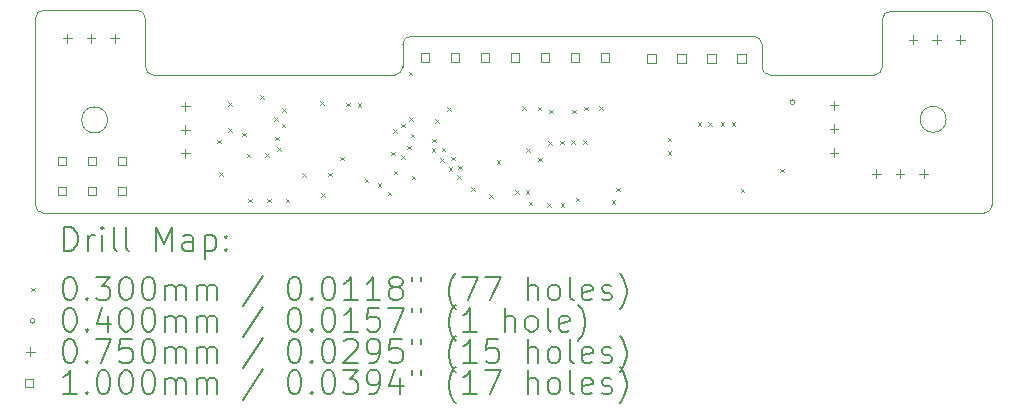
<source format=gbr>
%TF.GenerationSoftware,KiCad,Pcbnew,7.0.2-0*%
%TF.CreationDate,2024-01-02T14:27:33-05:00*%
%TF.ProjectId,GTV,4754562e-6b69-4636-9164-5f7063625858,rev?*%
%TF.SameCoordinates,Original*%
%TF.FileFunction,Drillmap*%
%TF.FilePolarity,Positive*%
%FSLAX45Y45*%
G04 Gerber Fmt 4.5, Leading zero omitted, Abs format (unit mm)*
G04 Created by KiCad (PCBNEW 7.0.2-0) date 2024-01-02 14:27:33*
%MOMM*%
%LPD*%
G01*
G04 APERTURE LIST*
%ADD10C,0.100000*%
%ADD11C,0.200000*%
%ADD12C,0.030000*%
%ADD13C,0.040000*%
%ADD14C,0.075000*%
G04 APERTURE END LIST*
D10*
X15780000Y-10759800D02*
G75*
G03*
X15850000Y-10689800I0J70000D01*
G01*
X13740000Y-10760000D02*
X15780000Y-10759800D01*
X18960000Y-10759800D02*
X19840000Y-10760000D01*
X13670000Y-10280000D02*
X13670000Y-10690000D01*
X18890000Y-10500000D02*
G75*
G03*
X18820000Y-10430000I-70000J0D01*
G01*
X18890000Y-10500000D02*
X18890000Y-10689800D01*
X18820000Y-10430000D02*
X15920000Y-10430000D01*
X13670000Y-10280000D02*
G75*
G03*
X13600000Y-10210000I-70000J0D01*
G01*
X19980000Y-10220000D02*
X20770000Y-10220000D01*
X18890000Y-10689800D02*
G75*
G03*
X18960000Y-10759800I70000J0D01*
G01*
X12810000Y-11930502D02*
X20770000Y-11930000D01*
X12739997Y-11860502D02*
G75*
G03*
X12810000Y-11930502I70003J3D01*
G01*
X13670000Y-10690000D02*
G75*
G03*
X13740000Y-10760000I70000J0D01*
G01*
X20770000Y-11930000D02*
G75*
G03*
X20840000Y-11860000I0J70000D01*
G01*
X12810000Y-10210000D02*
G75*
G03*
X12740000Y-10280000I0J-70000D01*
G01*
X15850000Y-10689800D02*
X15850000Y-10500000D01*
X12740000Y-11860502D02*
X12740000Y-10280000D01*
X19840503Y-10760003D02*
G75*
G03*
X19910503Y-10690000I-3J70003D01*
G01*
X20840000Y-10290000D02*
G75*
G03*
X20770000Y-10220000I-70000J0D01*
G01*
X15920000Y-10430000D02*
G75*
G03*
X15850000Y-10500000I0J-70000D01*
G01*
X19980000Y-10220000D02*
G75*
G03*
X19910000Y-10290000I0J-70000D01*
G01*
X13350000Y-11140000D02*
G75*
G03*
X13350000Y-11140000I-110000J0D01*
G01*
X19910000Y-10690000D02*
X19910000Y-10290000D01*
X20840000Y-10290000D02*
X20840000Y-11860000D01*
X12810000Y-10210000D02*
X13600000Y-10210000D01*
X20450000Y-11135000D02*
G75*
G03*
X20450000Y-11135000I-110000J0D01*
G01*
D11*
D12*
X14277000Y-11306000D02*
X14307000Y-11336000D01*
X14307000Y-11306000D02*
X14277000Y-11336000D01*
X14297000Y-11585000D02*
X14327000Y-11615000D01*
X14327000Y-11585000D02*
X14297000Y-11615000D01*
X14373000Y-10990000D02*
X14403000Y-11020000D01*
X14403000Y-10990000D02*
X14373000Y-11020000D01*
X14373000Y-11211000D02*
X14403000Y-11241000D01*
X14403000Y-11211000D02*
X14373000Y-11241000D01*
X14492000Y-11248000D02*
X14522000Y-11278000D01*
X14522000Y-11248000D02*
X14492000Y-11278000D01*
X14529000Y-11425000D02*
X14559000Y-11455000D01*
X14559000Y-11425000D02*
X14529000Y-11455000D01*
X14541000Y-11807000D02*
X14571000Y-11837000D01*
X14571000Y-11807000D02*
X14541000Y-11837000D01*
X14645000Y-10932000D02*
X14675000Y-10962000D01*
X14675000Y-10932000D02*
X14645000Y-10962000D01*
X14683000Y-11424000D02*
X14713000Y-11454000D01*
X14713000Y-11424000D02*
X14683000Y-11454000D01*
X14703000Y-11806000D02*
X14733000Y-11836000D01*
X14733000Y-11806000D02*
X14703000Y-11836000D01*
X14760000Y-11115000D02*
X14790000Y-11145000D01*
X14790000Y-11115000D02*
X14760000Y-11145000D01*
X14769000Y-11284000D02*
X14799000Y-11314000D01*
X14799000Y-11284000D02*
X14769000Y-11314000D01*
X14785000Y-11370000D02*
X14815000Y-11400000D01*
X14815000Y-11370000D02*
X14785000Y-11400000D01*
X14823000Y-11172000D02*
X14853000Y-11202000D01*
X14853000Y-11172000D02*
X14823000Y-11202000D01*
X14828000Y-11040000D02*
X14858000Y-11070000D01*
X14858000Y-11040000D02*
X14828000Y-11070000D01*
X14858000Y-11807000D02*
X14888000Y-11837000D01*
X14888000Y-11807000D02*
X14858000Y-11837000D01*
X14998000Y-11589000D02*
X15028000Y-11619000D01*
X15028000Y-11589000D02*
X14998000Y-11619000D01*
X15151000Y-10981000D02*
X15181000Y-11011000D01*
X15181000Y-10981000D02*
X15151000Y-11011000D01*
X15160750Y-11761750D02*
X15190750Y-11791750D01*
X15190750Y-11761750D02*
X15160750Y-11791750D01*
X15216750Y-11586750D02*
X15246750Y-11616750D01*
X15246750Y-11586750D02*
X15216750Y-11616750D01*
X15319750Y-11451750D02*
X15349750Y-11481750D01*
X15349750Y-11451750D02*
X15319750Y-11481750D01*
X15371750Y-10995750D02*
X15401750Y-11025750D01*
X15401750Y-10995750D02*
X15371750Y-11025750D01*
X15467750Y-10996750D02*
X15497750Y-11026750D01*
X15497750Y-10996750D02*
X15467750Y-11026750D01*
X15528000Y-11636000D02*
X15558000Y-11666000D01*
X15558000Y-11636000D02*
X15528000Y-11666000D01*
X15636000Y-11678000D02*
X15666000Y-11708000D01*
X15666000Y-11678000D02*
X15636000Y-11708000D01*
X15724000Y-11748000D02*
X15754000Y-11778000D01*
X15754000Y-11748000D02*
X15724000Y-11778000D01*
X15751000Y-11410000D02*
X15781000Y-11440000D01*
X15781000Y-11410000D02*
X15751000Y-11440000D01*
X15767000Y-11221000D02*
X15797000Y-11251000D01*
X15797000Y-11221000D02*
X15767000Y-11251000D01*
X15773000Y-11572000D02*
X15803000Y-11602000D01*
X15803000Y-11572000D02*
X15773000Y-11602000D01*
X15836000Y-11173000D02*
X15866000Y-11203000D01*
X15866000Y-11173000D02*
X15836000Y-11203000D01*
X15836000Y-11439000D02*
X15866000Y-11469000D01*
X15866000Y-11439000D02*
X15836000Y-11469000D01*
X15888000Y-11357000D02*
X15918000Y-11387000D01*
X15918000Y-11357000D02*
X15888000Y-11387000D01*
X15902000Y-10730000D02*
X15932000Y-10760000D01*
X15932000Y-10730000D02*
X15902000Y-10760000D01*
X15904000Y-11115000D02*
X15934000Y-11145000D01*
X15934000Y-11115000D02*
X15904000Y-11145000D01*
X15919000Y-11255000D02*
X15949000Y-11285000D01*
X15949000Y-11255000D02*
X15919000Y-11285000D01*
X15927000Y-11613000D02*
X15957000Y-11643000D01*
X15957000Y-11613000D02*
X15927000Y-11643000D01*
X16096000Y-11381000D02*
X16126000Y-11411000D01*
X16126000Y-11381000D02*
X16096000Y-11411000D01*
X16097000Y-11298000D02*
X16127000Y-11328000D01*
X16127000Y-11298000D02*
X16097000Y-11328000D01*
X16125000Y-11135000D02*
X16155000Y-11165000D01*
X16155000Y-11135000D02*
X16125000Y-11165000D01*
X16167000Y-11464000D02*
X16197000Y-11494000D01*
X16197000Y-11464000D02*
X16167000Y-11494000D01*
X16180000Y-11376000D02*
X16210000Y-11406000D01*
X16210000Y-11376000D02*
X16180000Y-11406000D01*
X16227000Y-11031000D02*
X16257000Y-11061000D01*
X16257000Y-11031000D02*
X16227000Y-11061000D01*
X16239000Y-11539000D02*
X16269000Y-11569000D01*
X16269000Y-11539000D02*
X16239000Y-11569000D01*
X16258000Y-11451000D02*
X16288000Y-11481000D01*
X16288000Y-11451000D02*
X16258000Y-11481000D01*
X16308510Y-11606510D02*
X16338510Y-11636510D01*
X16338510Y-11606510D02*
X16308510Y-11636510D01*
X16320000Y-11527000D02*
X16350000Y-11557000D01*
X16350000Y-11527000D02*
X16320000Y-11557000D01*
X16431000Y-11709250D02*
X16461000Y-11739250D01*
X16461000Y-11709250D02*
X16431000Y-11739250D01*
X16584000Y-11769250D02*
X16614000Y-11799250D01*
X16614000Y-11769250D02*
X16584000Y-11799250D01*
X16646000Y-11481000D02*
X16676000Y-11511000D01*
X16676000Y-11481000D02*
X16646000Y-11511000D01*
X16803000Y-11735000D02*
X16833000Y-11765000D01*
X16833000Y-11735000D02*
X16803000Y-11765000D01*
X16863250Y-11024250D02*
X16893250Y-11054250D01*
X16893250Y-11024250D02*
X16863250Y-11054250D01*
X16890000Y-11737000D02*
X16920000Y-11767000D01*
X16920000Y-11737000D02*
X16890000Y-11767000D01*
X16897000Y-11380000D02*
X16927000Y-11410000D01*
X16927000Y-11380000D02*
X16897000Y-11410000D01*
X16916000Y-11833000D02*
X16946000Y-11863000D01*
X16946000Y-11833000D02*
X16916000Y-11863000D01*
X16994250Y-11028250D02*
X17024250Y-11058250D01*
X17024250Y-11028250D02*
X16994250Y-11058250D01*
X16995000Y-11461000D02*
X17025000Y-11491000D01*
X17025000Y-11461000D02*
X16995000Y-11491000D01*
X17072000Y-11847000D02*
X17102000Y-11877000D01*
X17102000Y-11847000D02*
X17072000Y-11877000D01*
X17080500Y-11320500D02*
X17110500Y-11350500D01*
X17110500Y-11320500D02*
X17080500Y-11350500D01*
X17089000Y-11054000D02*
X17119000Y-11084000D01*
X17119000Y-11054000D02*
X17089000Y-11084000D01*
X17184000Y-11317000D02*
X17214000Y-11347000D01*
X17214000Y-11317000D02*
X17184000Y-11347000D01*
X17186000Y-11845000D02*
X17216000Y-11875000D01*
X17216000Y-11845000D02*
X17186000Y-11875000D01*
X17275000Y-11314000D02*
X17305000Y-11344000D01*
X17305000Y-11314000D02*
X17275000Y-11344000D01*
X17286000Y-11054000D02*
X17316000Y-11084000D01*
X17316000Y-11054000D02*
X17286000Y-11084000D01*
X17314000Y-11799000D02*
X17344000Y-11829000D01*
X17344000Y-11799000D02*
X17314000Y-11829000D01*
X17377000Y-11314000D02*
X17407000Y-11344000D01*
X17407000Y-11314000D02*
X17377000Y-11344000D01*
X17384250Y-11029250D02*
X17414250Y-11059250D01*
X17414250Y-11029250D02*
X17384250Y-11059250D01*
X17513250Y-11023250D02*
X17543250Y-11053250D01*
X17543250Y-11023250D02*
X17513250Y-11053250D01*
X17619000Y-11818000D02*
X17649000Y-11848000D01*
X17649000Y-11818000D02*
X17619000Y-11848000D01*
X17657000Y-11715000D02*
X17687000Y-11745000D01*
X17687000Y-11715000D02*
X17657000Y-11745000D01*
X18091750Y-11289000D02*
X18121750Y-11319000D01*
X18121750Y-11289000D02*
X18091750Y-11319000D01*
X18091750Y-11404000D02*
X18121750Y-11434000D01*
X18121750Y-11404000D02*
X18091750Y-11434000D01*
X18346750Y-11159000D02*
X18376750Y-11189000D01*
X18376750Y-11159000D02*
X18346750Y-11189000D01*
X18436750Y-11159000D02*
X18466750Y-11189000D01*
X18466750Y-11159000D02*
X18436750Y-11189000D01*
X18541750Y-11159000D02*
X18571750Y-11189000D01*
X18571750Y-11159000D02*
X18541750Y-11189000D01*
X18636750Y-11159000D02*
X18666750Y-11189000D01*
X18666750Y-11159000D02*
X18636750Y-11189000D01*
X18709750Y-11724000D02*
X18739750Y-11754000D01*
X18739750Y-11724000D02*
X18709750Y-11754000D01*
X19045000Y-11555000D02*
X19075000Y-11585000D01*
X19075000Y-11555000D02*
X19045000Y-11585000D01*
D13*
X19170000Y-10990000D02*
G75*
G03*
X19170000Y-10990000I-20000J0D01*
G01*
D14*
X13010000Y-10412500D02*
X13010000Y-10487500D01*
X12972500Y-10450000D02*
X13047500Y-10450000D01*
X13210000Y-10412500D02*
X13210000Y-10487500D01*
X13172500Y-10450000D02*
X13247500Y-10450000D01*
X13410000Y-10412500D02*
X13410000Y-10487500D01*
X13372500Y-10450000D02*
X13447500Y-10450000D01*
X14008000Y-10986500D02*
X14008000Y-11061500D01*
X13970500Y-11024000D02*
X14045500Y-11024000D01*
X14008000Y-11186500D02*
X14008000Y-11261500D01*
X13970500Y-11224000D02*
X14045500Y-11224000D01*
X14008000Y-11386500D02*
X14008000Y-11461500D01*
X13970500Y-11424000D02*
X14045500Y-11424000D01*
X19501000Y-10978500D02*
X19501000Y-11053500D01*
X19463500Y-11016000D02*
X19538500Y-11016000D01*
X19501000Y-11178500D02*
X19501000Y-11253500D01*
X19463500Y-11216000D02*
X19538500Y-11216000D01*
X19501000Y-11378500D02*
X19501000Y-11453500D01*
X19463500Y-11416000D02*
X19538500Y-11416000D01*
X19859000Y-11558500D02*
X19859000Y-11633500D01*
X19821500Y-11596000D02*
X19896500Y-11596000D01*
X20059000Y-11558500D02*
X20059000Y-11633500D01*
X20021500Y-11596000D02*
X20096500Y-11596000D01*
X20170000Y-10422500D02*
X20170000Y-10497500D01*
X20132500Y-10460000D02*
X20207500Y-10460000D01*
X20259000Y-11558500D02*
X20259000Y-11633500D01*
X20221500Y-11596000D02*
X20296500Y-11596000D01*
X20370000Y-10422500D02*
X20370000Y-10497500D01*
X20332500Y-10460000D02*
X20407500Y-10460000D01*
X20570000Y-10422500D02*
X20570000Y-10497500D01*
X20532500Y-10460000D02*
X20607500Y-10460000D01*
D10*
X12997356Y-11521356D02*
X12997356Y-11450644D01*
X12926644Y-11450644D01*
X12926644Y-11521356D01*
X12997356Y-11521356D01*
X12997356Y-11775356D02*
X12997356Y-11704644D01*
X12926644Y-11704644D01*
X12926644Y-11775356D01*
X12997356Y-11775356D01*
X13251356Y-11521356D02*
X13251356Y-11450644D01*
X13180644Y-11450644D01*
X13180644Y-11521356D01*
X13251356Y-11521356D01*
X13251356Y-11775356D02*
X13251356Y-11704644D01*
X13180644Y-11704644D01*
X13180644Y-11775356D01*
X13251356Y-11775356D01*
X13505356Y-11521356D02*
X13505356Y-11450644D01*
X13434644Y-11450644D01*
X13434644Y-11521356D01*
X13505356Y-11521356D01*
X13505356Y-11775356D02*
X13505356Y-11704644D01*
X13434644Y-11704644D01*
X13434644Y-11775356D01*
X13505356Y-11775356D01*
X16074356Y-10646356D02*
X16074356Y-10575644D01*
X16003644Y-10575644D01*
X16003644Y-10646356D01*
X16074356Y-10646356D01*
X16328356Y-10646356D02*
X16328356Y-10575644D01*
X16257644Y-10575644D01*
X16257644Y-10646356D01*
X16328356Y-10646356D01*
X16582356Y-10646356D02*
X16582356Y-10575644D01*
X16511644Y-10575644D01*
X16511644Y-10646356D01*
X16582356Y-10646356D01*
X16836356Y-10646356D02*
X16836356Y-10575644D01*
X16765644Y-10575644D01*
X16765644Y-10646356D01*
X16836356Y-10646356D01*
X17090356Y-10646356D02*
X17090356Y-10575644D01*
X17019644Y-10575644D01*
X17019644Y-10646356D01*
X17090356Y-10646356D01*
X17344356Y-10646356D02*
X17344356Y-10575644D01*
X17273644Y-10575644D01*
X17273644Y-10646356D01*
X17344356Y-10646356D01*
X17598356Y-10646356D02*
X17598356Y-10575644D01*
X17527644Y-10575644D01*
X17527644Y-10646356D01*
X17598356Y-10646356D01*
X17992356Y-10654356D02*
X17992356Y-10583644D01*
X17921644Y-10583644D01*
X17921644Y-10654356D01*
X17992356Y-10654356D01*
X18246356Y-10654356D02*
X18246356Y-10583644D01*
X18175644Y-10583644D01*
X18175644Y-10654356D01*
X18246356Y-10654356D01*
X18500356Y-10654356D02*
X18500356Y-10583644D01*
X18429644Y-10583644D01*
X18429644Y-10654356D01*
X18500356Y-10654356D01*
X18754356Y-10654356D02*
X18754356Y-10583644D01*
X18683644Y-10583644D01*
X18683644Y-10654356D01*
X18754356Y-10654356D01*
D11*
X12982619Y-12248026D02*
X12982619Y-12048026D01*
X12982619Y-12048026D02*
X13030238Y-12048026D01*
X13030238Y-12048026D02*
X13058809Y-12057550D01*
X13058809Y-12057550D02*
X13077857Y-12076598D01*
X13077857Y-12076598D02*
X13087381Y-12095645D01*
X13087381Y-12095645D02*
X13096905Y-12133740D01*
X13096905Y-12133740D02*
X13096905Y-12162312D01*
X13096905Y-12162312D02*
X13087381Y-12200407D01*
X13087381Y-12200407D02*
X13077857Y-12219455D01*
X13077857Y-12219455D02*
X13058809Y-12238502D01*
X13058809Y-12238502D02*
X13030238Y-12248026D01*
X13030238Y-12248026D02*
X12982619Y-12248026D01*
X13182619Y-12248026D02*
X13182619Y-12114693D01*
X13182619Y-12152788D02*
X13192143Y-12133740D01*
X13192143Y-12133740D02*
X13201667Y-12124217D01*
X13201667Y-12124217D02*
X13220714Y-12114693D01*
X13220714Y-12114693D02*
X13239762Y-12114693D01*
X13306428Y-12248026D02*
X13306428Y-12114693D01*
X13306428Y-12048026D02*
X13296905Y-12057550D01*
X13296905Y-12057550D02*
X13306428Y-12067074D01*
X13306428Y-12067074D02*
X13315952Y-12057550D01*
X13315952Y-12057550D02*
X13306428Y-12048026D01*
X13306428Y-12048026D02*
X13306428Y-12067074D01*
X13430238Y-12248026D02*
X13411190Y-12238502D01*
X13411190Y-12238502D02*
X13401667Y-12219455D01*
X13401667Y-12219455D02*
X13401667Y-12048026D01*
X13535000Y-12248026D02*
X13515952Y-12238502D01*
X13515952Y-12238502D02*
X13506428Y-12219455D01*
X13506428Y-12219455D02*
X13506428Y-12048026D01*
X13763571Y-12248026D02*
X13763571Y-12048026D01*
X13763571Y-12048026D02*
X13830238Y-12190883D01*
X13830238Y-12190883D02*
X13896905Y-12048026D01*
X13896905Y-12048026D02*
X13896905Y-12248026D01*
X14077857Y-12248026D02*
X14077857Y-12143264D01*
X14077857Y-12143264D02*
X14068333Y-12124217D01*
X14068333Y-12124217D02*
X14049286Y-12114693D01*
X14049286Y-12114693D02*
X14011190Y-12114693D01*
X14011190Y-12114693D02*
X13992143Y-12124217D01*
X14077857Y-12238502D02*
X14058809Y-12248026D01*
X14058809Y-12248026D02*
X14011190Y-12248026D01*
X14011190Y-12248026D02*
X13992143Y-12238502D01*
X13992143Y-12238502D02*
X13982619Y-12219455D01*
X13982619Y-12219455D02*
X13982619Y-12200407D01*
X13982619Y-12200407D02*
X13992143Y-12181360D01*
X13992143Y-12181360D02*
X14011190Y-12171836D01*
X14011190Y-12171836D02*
X14058809Y-12171836D01*
X14058809Y-12171836D02*
X14077857Y-12162312D01*
X14173095Y-12114693D02*
X14173095Y-12314693D01*
X14173095Y-12124217D02*
X14192143Y-12114693D01*
X14192143Y-12114693D02*
X14230238Y-12114693D01*
X14230238Y-12114693D02*
X14249286Y-12124217D01*
X14249286Y-12124217D02*
X14258809Y-12133740D01*
X14258809Y-12133740D02*
X14268333Y-12152788D01*
X14268333Y-12152788D02*
X14268333Y-12209931D01*
X14268333Y-12209931D02*
X14258809Y-12228979D01*
X14258809Y-12228979D02*
X14249286Y-12238502D01*
X14249286Y-12238502D02*
X14230238Y-12248026D01*
X14230238Y-12248026D02*
X14192143Y-12248026D01*
X14192143Y-12248026D02*
X14173095Y-12238502D01*
X14354048Y-12228979D02*
X14363571Y-12238502D01*
X14363571Y-12238502D02*
X14354048Y-12248026D01*
X14354048Y-12248026D02*
X14344524Y-12238502D01*
X14344524Y-12238502D02*
X14354048Y-12228979D01*
X14354048Y-12228979D02*
X14354048Y-12248026D01*
X14354048Y-12124217D02*
X14363571Y-12133740D01*
X14363571Y-12133740D02*
X14354048Y-12143264D01*
X14354048Y-12143264D02*
X14344524Y-12133740D01*
X14344524Y-12133740D02*
X14354048Y-12124217D01*
X14354048Y-12124217D02*
X14354048Y-12143264D01*
D12*
X12705000Y-12560502D02*
X12735000Y-12590502D01*
X12735000Y-12560502D02*
X12705000Y-12590502D01*
D11*
X13020714Y-12468026D02*
X13039762Y-12468026D01*
X13039762Y-12468026D02*
X13058809Y-12477550D01*
X13058809Y-12477550D02*
X13068333Y-12487074D01*
X13068333Y-12487074D02*
X13077857Y-12506121D01*
X13077857Y-12506121D02*
X13087381Y-12544217D01*
X13087381Y-12544217D02*
X13087381Y-12591836D01*
X13087381Y-12591836D02*
X13077857Y-12629931D01*
X13077857Y-12629931D02*
X13068333Y-12648979D01*
X13068333Y-12648979D02*
X13058809Y-12658502D01*
X13058809Y-12658502D02*
X13039762Y-12668026D01*
X13039762Y-12668026D02*
X13020714Y-12668026D01*
X13020714Y-12668026D02*
X13001667Y-12658502D01*
X13001667Y-12658502D02*
X12992143Y-12648979D01*
X12992143Y-12648979D02*
X12982619Y-12629931D01*
X12982619Y-12629931D02*
X12973095Y-12591836D01*
X12973095Y-12591836D02*
X12973095Y-12544217D01*
X12973095Y-12544217D02*
X12982619Y-12506121D01*
X12982619Y-12506121D02*
X12992143Y-12487074D01*
X12992143Y-12487074D02*
X13001667Y-12477550D01*
X13001667Y-12477550D02*
X13020714Y-12468026D01*
X13173095Y-12648979D02*
X13182619Y-12658502D01*
X13182619Y-12658502D02*
X13173095Y-12668026D01*
X13173095Y-12668026D02*
X13163571Y-12658502D01*
X13163571Y-12658502D02*
X13173095Y-12648979D01*
X13173095Y-12648979D02*
X13173095Y-12668026D01*
X13249286Y-12468026D02*
X13373095Y-12468026D01*
X13373095Y-12468026D02*
X13306428Y-12544217D01*
X13306428Y-12544217D02*
X13335000Y-12544217D01*
X13335000Y-12544217D02*
X13354048Y-12553740D01*
X13354048Y-12553740D02*
X13363571Y-12563264D01*
X13363571Y-12563264D02*
X13373095Y-12582312D01*
X13373095Y-12582312D02*
X13373095Y-12629931D01*
X13373095Y-12629931D02*
X13363571Y-12648979D01*
X13363571Y-12648979D02*
X13354048Y-12658502D01*
X13354048Y-12658502D02*
X13335000Y-12668026D01*
X13335000Y-12668026D02*
X13277857Y-12668026D01*
X13277857Y-12668026D02*
X13258809Y-12658502D01*
X13258809Y-12658502D02*
X13249286Y-12648979D01*
X13496905Y-12468026D02*
X13515952Y-12468026D01*
X13515952Y-12468026D02*
X13535000Y-12477550D01*
X13535000Y-12477550D02*
X13544524Y-12487074D01*
X13544524Y-12487074D02*
X13554048Y-12506121D01*
X13554048Y-12506121D02*
X13563571Y-12544217D01*
X13563571Y-12544217D02*
X13563571Y-12591836D01*
X13563571Y-12591836D02*
X13554048Y-12629931D01*
X13554048Y-12629931D02*
X13544524Y-12648979D01*
X13544524Y-12648979D02*
X13535000Y-12658502D01*
X13535000Y-12658502D02*
X13515952Y-12668026D01*
X13515952Y-12668026D02*
X13496905Y-12668026D01*
X13496905Y-12668026D02*
X13477857Y-12658502D01*
X13477857Y-12658502D02*
X13468333Y-12648979D01*
X13468333Y-12648979D02*
X13458809Y-12629931D01*
X13458809Y-12629931D02*
X13449286Y-12591836D01*
X13449286Y-12591836D02*
X13449286Y-12544217D01*
X13449286Y-12544217D02*
X13458809Y-12506121D01*
X13458809Y-12506121D02*
X13468333Y-12487074D01*
X13468333Y-12487074D02*
X13477857Y-12477550D01*
X13477857Y-12477550D02*
X13496905Y-12468026D01*
X13687381Y-12468026D02*
X13706429Y-12468026D01*
X13706429Y-12468026D02*
X13725476Y-12477550D01*
X13725476Y-12477550D02*
X13735000Y-12487074D01*
X13735000Y-12487074D02*
X13744524Y-12506121D01*
X13744524Y-12506121D02*
X13754048Y-12544217D01*
X13754048Y-12544217D02*
X13754048Y-12591836D01*
X13754048Y-12591836D02*
X13744524Y-12629931D01*
X13744524Y-12629931D02*
X13735000Y-12648979D01*
X13735000Y-12648979D02*
X13725476Y-12658502D01*
X13725476Y-12658502D02*
X13706429Y-12668026D01*
X13706429Y-12668026D02*
X13687381Y-12668026D01*
X13687381Y-12668026D02*
X13668333Y-12658502D01*
X13668333Y-12658502D02*
X13658809Y-12648979D01*
X13658809Y-12648979D02*
X13649286Y-12629931D01*
X13649286Y-12629931D02*
X13639762Y-12591836D01*
X13639762Y-12591836D02*
X13639762Y-12544217D01*
X13639762Y-12544217D02*
X13649286Y-12506121D01*
X13649286Y-12506121D02*
X13658809Y-12487074D01*
X13658809Y-12487074D02*
X13668333Y-12477550D01*
X13668333Y-12477550D02*
X13687381Y-12468026D01*
X13839762Y-12668026D02*
X13839762Y-12534693D01*
X13839762Y-12553740D02*
X13849286Y-12544217D01*
X13849286Y-12544217D02*
X13868333Y-12534693D01*
X13868333Y-12534693D02*
X13896905Y-12534693D01*
X13896905Y-12534693D02*
X13915952Y-12544217D01*
X13915952Y-12544217D02*
X13925476Y-12563264D01*
X13925476Y-12563264D02*
X13925476Y-12668026D01*
X13925476Y-12563264D02*
X13935000Y-12544217D01*
X13935000Y-12544217D02*
X13954048Y-12534693D01*
X13954048Y-12534693D02*
X13982619Y-12534693D01*
X13982619Y-12534693D02*
X14001667Y-12544217D01*
X14001667Y-12544217D02*
X14011190Y-12563264D01*
X14011190Y-12563264D02*
X14011190Y-12668026D01*
X14106429Y-12668026D02*
X14106429Y-12534693D01*
X14106429Y-12553740D02*
X14115952Y-12544217D01*
X14115952Y-12544217D02*
X14135000Y-12534693D01*
X14135000Y-12534693D02*
X14163571Y-12534693D01*
X14163571Y-12534693D02*
X14182619Y-12544217D01*
X14182619Y-12544217D02*
X14192143Y-12563264D01*
X14192143Y-12563264D02*
X14192143Y-12668026D01*
X14192143Y-12563264D02*
X14201667Y-12544217D01*
X14201667Y-12544217D02*
X14220714Y-12534693D01*
X14220714Y-12534693D02*
X14249286Y-12534693D01*
X14249286Y-12534693D02*
X14268333Y-12544217D01*
X14268333Y-12544217D02*
X14277857Y-12563264D01*
X14277857Y-12563264D02*
X14277857Y-12668026D01*
X14668333Y-12458502D02*
X14496905Y-12715645D01*
X14925476Y-12468026D02*
X14944524Y-12468026D01*
X14944524Y-12468026D02*
X14963572Y-12477550D01*
X14963572Y-12477550D02*
X14973095Y-12487074D01*
X14973095Y-12487074D02*
X14982619Y-12506121D01*
X14982619Y-12506121D02*
X14992143Y-12544217D01*
X14992143Y-12544217D02*
X14992143Y-12591836D01*
X14992143Y-12591836D02*
X14982619Y-12629931D01*
X14982619Y-12629931D02*
X14973095Y-12648979D01*
X14973095Y-12648979D02*
X14963572Y-12658502D01*
X14963572Y-12658502D02*
X14944524Y-12668026D01*
X14944524Y-12668026D02*
X14925476Y-12668026D01*
X14925476Y-12668026D02*
X14906429Y-12658502D01*
X14906429Y-12658502D02*
X14896905Y-12648979D01*
X14896905Y-12648979D02*
X14887381Y-12629931D01*
X14887381Y-12629931D02*
X14877857Y-12591836D01*
X14877857Y-12591836D02*
X14877857Y-12544217D01*
X14877857Y-12544217D02*
X14887381Y-12506121D01*
X14887381Y-12506121D02*
X14896905Y-12487074D01*
X14896905Y-12487074D02*
X14906429Y-12477550D01*
X14906429Y-12477550D02*
X14925476Y-12468026D01*
X15077857Y-12648979D02*
X15087381Y-12658502D01*
X15087381Y-12658502D02*
X15077857Y-12668026D01*
X15077857Y-12668026D02*
X15068333Y-12658502D01*
X15068333Y-12658502D02*
X15077857Y-12648979D01*
X15077857Y-12648979D02*
X15077857Y-12668026D01*
X15211191Y-12468026D02*
X15230238Y-12468026D01*
X15230238Y-12468026D02*
X15249286Y-12477550D01*
X15249286Y-12477550D02*
X15258810Y-12487074D01*
X15258810Y-12487074D02*
X15268333Y-12506121D01*
X15268333Y-12506121D02*
X15277857Y-12544217D01*
X15277857Y-12544217D02*
X15277857Y-12591836D01*
X15277857Y-12591836D02*
X15268333Y-12629931D01*
X15268333Y-12629931D02*
X15258810Y-12648979D01*
X15258810Y-12648979D02*
X15249286Y-12658502D01*
X15249286Y-12658502D02*
X15230238Y-12668026D01*
X15230238Y-12668026D02*
X15211191Y-12668026D01*
X15211191Y-12668026D02*
X15192143Y-12658502D01*
X15192143Y-12658502D02*
X15182619Y-12648979D01*
X15182619Y-12648979D02*
X15173095Y-12629931D01*
X15173095Y-12629931D02*
X15163572Y-12591836D01*
X15163572Y-12591836D02*
X15163572Y-12544217D01*
X15163572Y-12544217D02*
X15173095Y-12506121D01*
X15173095Y-12506121D02*
X15182619Y-12487074D01*
X15182619Y-12487074D02*
X15192143Y-12477550D01*
X15192143Y-12477550D02*
X15211191Y-12468026D01*
X15468333Y-12668026D02*
X15354048Y-12668026D01*
X15411191Y-12668026D02*
X15411191Y-12468026D01*
X15411191Y-12468026D02*
X15392143Y-12496598D01*
X15392143Y-12496598D02*
X15373095Y-12515645D01*
X15373095Y-12515645D02*
X15354048Y-12525169D01*
X15658810Y-12668026D02*
X15544524Y-12668026D01*
X15601667Y-12668026D02*
X15601667Y-12468026D01*
X15601667Y-12468026D02*
X15582619Y-12496598D01*
X15582619Y-12496598D02*
X15563572Y-12515645D01*
X15563572Y-12515645D02*
X15544524Y-12525169D01*
X15773095Y-12553740D02*
X15754048Y-12544217D01*
X15754048Y-12544217D02*
X15744524Y-12534693D01*
X15744524Y-12534693D02*
X15735000Y-12515645D01*
X15735000Y-12515645D02*
X15735000Y-12506121D01*
X15735000Y-12506121D02*
X15744524Y-12487074D01*
X15744524Y-12487074D02*
X15754048Y-12477550D01*
X15754048Y-12477550D02*
X15773095Y-12468026D01*
X15773095Y-12468026D02*
X15811191Y-12468026D01*
X15811191Y-12468026D02*
X15830238Y-12477550D01*
X15830238Y-12477550D02*
X15839762Y-12487074D01*
X15839762Y-12487074D02*
X15849286Y-12506121D01*
X15849286Y-12506121D02*
X15849286Y-12515645D01*
X15849286Y-12515645D02*
X15839762Y-12534693D01*
X15839762Y-12534693D02*
X15830238Y-12544217D01*
X15830238Y-12544217D02*
X15811191Y-12553740D01*
X15811191Y-12553740D02*
X15773095Y-12553740D01*
X15773095Y-12553740D02*
X15754048Y-12563264D01*
X15754048Y-12563264D02*
X15744524Y-12572788D01*
X15744524Y-12572788D02*
X15735000Y-12591836D01*
X15735000Y-12591836D02*
X15735000Y-12629931D01*
X15735000Y-12629931D02*
X15744524Y-12648979D01*
X15744524Y-12648979D02*
X15754048Y-12658502D01*
X15754048Y-12658502D02*
X15773095Y-12668026D01*
X15773095Y-12668026D02*
X15811191Y-12668026D01*
X15811191Y-12668026D02*
X15830238Y-12658502D01*
X15830238Y-12658502D02*
X15839762Y-12648979D01*
X15839762Y-12648979D02*
X15849286Y-12629931D01*
X15849286Y-12629931D02*
X15849286Y-12591836D01*
X15849286Y-12591836D02*
X15839762Y-12572788D01*
X15839762Y-12572788D02*
X15830238Y-12563264D01*
X15830238Y-12563264D02*
X15811191Y-12553740D01*
X15925476Y-12468026D02*
X15925476Y-12506121D01*
X16001667Y-12468026D02*
X16001667Y-12506121D01*
X16296905Y-12744217D02*
X16287381Y-12734693D01*
X16287381Y-12734693D02*
X16268334Y-12706121D01*
X16268334Y-12706121D02*
X16258810Y-12687074D01*
X16258810Y-12687074D02*
X16249286Y-12658502D01*
X16249286Y-12658502D02*
X16239762Y-12610883D01*
X16239762Y-12610883D02*
X16239762Y-12572788D01*
X16239762Y-12572788D02*
X16249286Y-12525169D01*
X16249286Y-12525169D02*
X16258810Y-12496598D01*
X16258810Y-12496598D02*
X16268334Y-12477550D01*
X16268334Y-12477550D02*
X16287381Y-12448979D01*
X16287381Y-12448979D02*
X16296905Y-12439455D01*
X16354048Y-12468026D02*
X16487381Y-12468026D01*
X16487381Y-12468026D02*
X16401667Y-12668026D01*
X16544524Y-12468026D02*
X16677857Y-12468026D01*
X16677857Y-12468026D02*
X16592143Y-12668026D01*
X16906429Y-12668026D02*
X16906429Y-12468026D01*
X16992143Y-12668026D02*
X16992143Y-12563264D01*
X16992143Y-12563264D02*
X16982619Y-12544217D01*
X16982619Y-12544217D02*
X16963572Y-12534693D01*
X16963572Y-12534693D02*
X16935000Y-12534693D01*
X16935000Y-12534693D02*
X16915953Y-12544217D01*
X16915953Y-12544217D02*
X16906429Y-12553740D01*
X17115953Y-12668026D02*
X17096905Y-12658502D01*
X17096905Y-12658502D02*
X17087381Y-12648979D01*
X17087381Y-12648979D02*
X17077858Y-12629931D01*
X17077858Y-12629931D02*
X17077858Y-12572788D01*
X17077858Y-12572788D02*
X17087381Y-12553740D01*
X17087381Y-12553740D02*
X17096905Y-12544217D01*
X17096905Y-12544217D02*
X17115953Y-12534693D01*
X17115953Y-12534693D02*
X17144524Y-12534693D01*
X17144524Y-12534693D02*
X17163572Y-12544217D01*
X17163572Y-12544217D02*
X17173096Y-12553740D01*
X17173096Y-12553740D02*
X17182619Y-12572788D01*
X17182619Y-12572788D02*
X17182619Y-12629931D01*
X17182619Y-12629931D02*
X17173096Y-12648979D01*
X17173096Y-12648979D02*
X17163572Y-12658502D01*
X17163572Y-12658502D02*
X17144524Y-12668026D01*
X17144524Y-12668026D02*
X17115953Y-12668026D01*
X17296905Y-12668026D02*
X17277858Y-12658502D01*
X17277858Y-12658502D02*
X17268334Y-12639455D01*
X17268334Y-12639455D02*
X17268334Y-12468026D01*
X17449286Y-12658502D02*
X17430239Y-12668026D01*
X17430239Y-12668026D02*
X17392143Y-12668026D01*
X17392143Y-12668026D02*
X17373096Y-12658502D01*
X17373096Y-12658502D02*
X17363572Y-12639455D01*
X17363572Y-12639455D02*
X17363572Y-12563264D01*
X17363572Y-12563264D02*
X17373096Y-12544217D01*
X17373096Y-12544217D02*
X17392143Y-12534693D01*
X17392143Y-12534693D02*
X17430239Y-12534693D01*
X17430239Y-12534693D02*
X17449286Y-12544217D01*
X17449286Y-12544217D02*
X17458810Y-12563264D01*
X17458810Y-12563264D02*
X17458810Y-12582312D01*
X17458810Y-12582312D02*
X17363572Y-12601360D01*
X17535000Y-12658502D02*
X17554048Y-12668026D01*
X17554048Y-12668026D02*
X17592143Y-12668026D01*
X17592143Y-12668026D02*
X17611191Y-12658502D01*
X17611191Y-12658502D02*
X17620715Y-12639455D01*
X17620715Y-12639455D02*
X17620715Y-12629931D01*
X17620715Y-12629931D02*
X17611191Y-12610883D01*
X17611191Y-12610883D02*
X17592143Y-12601360D01*
X17592143Y-12601360D02*
X17563572Y-12601360D01*
X17563572Y-12601360D02*
X17544524Y-12591836D01*
X17544524Y-12591836D02*
X17535000Y-12572788D01*
X17535000Y-12572788D02*
X17535000Y-12563264D01*
X17535000Y-12563264D02*
X17544524Y-12544217D01*
X17544524Y-12544217D02*
X17563572Y-12534693D01*
X17563572Y-12534693D02*
X17592143Y-12534693D01*
X17592143Y-12534693D02*
X17611191Y-12544217D01*
X17687381Y-12744217D02*
X17696905Y-12734693D01*
X17696905Y-12734693D02*
X17715953Y-12706121D01*
X17715953Y-12706121D02*
X17725477Y-12687074D01*
X17725477Y-12687074D02*
X17735000Y-12658502D01*
X17735000Y-12658502D02*
X17744524Y-12610883D01*
X17744524Y-12610883D02*
X17744524Y-12572788D01*
X17744524Y-12572788D02*
X17735000Y-12525169D01*
X17735000Y-12525169D02*
X17725477Y-12496598D01*
X17725477Y-12496598D02*
X17715953Y-12477550D01*
X17715953Y-12477550D02*
X17696905Y-12448979D01*
X17696905Y-12448979D02*
X17687381Y-12439455D01*
D13*
X12735000Y-12839502D02*
G75*
G03*
X12735000Y-12839502I-20000J0D01*
G01*
D11*
X13020714Y-12732026D02*
X13039762Y-12732026D01*
X13039762Y-12732026D02*
X13058809Y-12741550D01*
X13058809Y-12741550D02*
X13068333Y-12751074D01*
X13068333Y-12751074D02*
X13077857Y-12770121D01*
X13077857Y-12770121D02*
X13087381Y-12808217D01*
X13087381Y-12808217D02*
X13087381Y-12855836D01*
X13087381Y-12855836D02*
X13077857Y-12893931D01*
X13077857Y-12893931D02*
X13068333Y-12912979D01*
X13068333Y-12912979D02*
X13058809Y-12922502D01*
X13058809Y-12922502D02*
X13039762Y-12932026D01*
X13039762Y-12932026D02*
X13020714Y-12932026D01*
X13020714Y-12932026D02*
X13001667Y-12922502D01*
X13001667Y-12922502D02*
X12992143Y-12912979D01*
X12992143Y-12912979D02*
X12982619Y-12893931D01*
X12982619Y-12893931D02*
X12973095Y-12855836D01*
X12973095Y-12855836D02*
X12973095Y-12808217D01*
X12973095Y-12808217D02*
X12982619Y-12770121D01*
X12982619Y-12770121D02*
X12992143Y-12751074D01*
X12992143Y-12751074D02*
X13001667Y-12741550D01*
X13001667Y-12741550D02*
X13020714Y-12732026D01*
X13173095Y-12912979D02*
X13182619Y-12922502D01*
X13182619Y-12922502D02*
X13173095Y-12932026D01*
X13173095Y-12932026D02*
X13163571Y-12922502D01*
X13163571Y-12922502D02*
X13173095Y-12912979D01*
X13173095Y-12912979D02*
X13173095Y-12932026D01*
X13354048Y-12798693D02*
X13354048Y-12932026D01*
X13306428Y-12722502D02*
X13258809Y-12865360D01*
X13258809Y-12865360D02*
X13382619Y-12865360D01*
X13496905Y-12732026D02*
X13515952Y-12732026D01*
X13515952Y-12732026D02*
X13535000Y-12741550D01*
X13535000Y-12741550D02*
X13544524Y-12751074D01*
X13544524Y-12751074D02*
X13554048Y-12770121D01*
X13554048Y-12770121D02*
X13563571Y-12808217D01*
X13563571Y-12808217D02*
X13563571Y-12855836D01*
X13563571Y-12855836D02*
X13554048Y-12893931D01*
X13554048Y-12893931D02*
X13544524Y-12912979D01*
X13544524Y-12912979D02*
X13535000Y-12922502D01*
X13535000Y-12922502D02*
X13515952Y-12932026D01*
X13515952Y-12932026D02*
X13496905Y-12932026D01*
X13496905Y-12932026D02*
X13477857Y-12922502D01*
X13477857Y-12922502D02*
X13468333Y-12912979D01*
X13468333Y-12912979D02*
X13458809Y-12893931D01*
X13458809Y-12893931D02*
X13449286Y-12855836D01*
X13449286Y-12855836D02*
X13449286Y-12808217D01*
X13449286Y-12808217D02*
X13458809Y-12770121D01*
X13458809Y-12770121D02*
X13468333Y-12751074D01*
X13468333Y-12751074D02*
X13477857Y-12741550D01*
X13477857Y-12741550D02*
X13496905Y-12732026D01*
X13687381Y-12732026D02*
X13706429Y-12732026D01*
X13706429Y-12732026D02*
X13725476Y-12741550D01*
X13725476Y-12741550D02*
X13735000Y-12751074D01*
X13735000Y-12751074D02*
X13744524Y-12770121D01*
X13744524Y-12770121D02*
X13754048Y-12808217D01*
X13754048Y-12808217D02*
X13754048Y-12855836D01*
X13754048Y-12855836D02*
X13744524Y-12893931D01*
X13744524Y-12893931D02*
X13735000Y-12912979D01*
X13735000Y-12912979D02*
X13725476Y-12922502D01*
X13725476Y-12922502D02*
X13706429Y-12932026D01*
X13706429Y-12932026D02*
X13687381Y-12932026D01*
X13687381Y-12932026D02*
X13668333Y-12922502D01*
X13668333Y-12922502D02*
X13658809Y-12912979D01*
X13658809Y-12912979D02*
X13649286Y-12893931D01*
X13649286Y-12893931D02*
X13639762Y-12855836D01*
X13639762Y-12855836D02*
X13639762Y-12808217D01*
X13639762Y-12808217D02*
X13649286Y-12770121D01*
X13649286Y-12770121D02*
X13658809Y-12751074D01*
X13658809Y-12751074D02*
X13668333Y-12741550D01*
X13668333Y-12741550D02*
X13687381Y-12732026D01*
X13839762Y-12932026D02*
X13839762Y-12798693D01*
X13839762Y-12817740D02*
X13849286Y-12808217D01*
X13849286Y-12808217D02*
X13868333Y-12798693D01*
X13868333Y-12798693D02*
X13896905Y-12798693D01*
X13896905Y-12798693D02*
X13915952Y-12808217D01*
X13915952Y-12808217D02*
X13925476Y-12827264D01*
X13925476Y-12827264D02*
X13925476Y-12932026D01*
X13925476Y-12827264D02*
X13935000Y-12808217D01*
X13935000Y-12808217D02*
X13954048Y-12798693D01*
X13954048Y-12798693D02*
X13982619Y-12798693D01*
X13982619Y-12798693D02*
X14001667Y-12808217D01*
X14001667Y-12808217D02*
X14011190Y-12827264D01*
X14011190Y-12827264D02*
X14011190Y-12932026D01*
X14106429Y-12932026D02*
X14106429Y-12798693D01*
X14106429Y-12817740D02*
X14115952Y-12808217D01*
X14115952Y-12808217D02*
X14135000Y-12798693D01*
X14135000Y-12798693D02*
X14163571Y-12798693D01*
X14163571Y-12798693D02*
X14182619Y-12808217D01*
X14182619Y-12808217D02*
X14192143Y-12827264D01*
X14192143Y-12827264D02*
X14192143Y-12932026D01*
X14192143Y-12827264D02*
X14201667Y-12808217D01*
X14201667Y-12808217D02*
X14220714Y-12798693D01*
X14220714Y-12798693D02*
X14249286Y-12798693D01*
X14249286Y-12798693D02*
X14268333Y-12808217D01*
X14268333Y-12808217D02*
X14277857Y-12827264D01*
X14277857Y-12827264D02*
X14277857Y-12932026D01*
X14668333Y-12722502D02*
X14496905Y-12979645D01*
X14925476Y-12732026D02*
X14944524Y-12732026D01*
X14944524Y-12732026D02*
X14963572Y-12741550D01*
X14963572Y-12741550D02*
X14973095Y-12751074D01*
X14973095Y-12751074D02*
X14982619Y-12770121D01*
X14982619Y-12770121D02*
X14992143Y-12808217D01*
X14992143Y-12808217D02*
X14992143Y-12855836D01*
X14992143Y-12855836D02*
X14982619Y-12893931D01*
X14982619Y-12893931D02*
X14973095Y-12912979D01*
X14973095Y-12912979D02*
X14963572Y-12922502D01*
X14963572Y-12922502D02*
X14944524Y-12932026D01*
X14944524Y-12932026D02*
X14925476Y-12932026D01*
X14925476Y-12932026D02*
X14906429Y-12922502D01*
X14906429Y-12922502D02*
X14896905Y-12912979D01*
X14896905Y-12912979D02*
X14887381Y-12893931D01*
X14887381Y-12893931D02*
X14877857Y-12855836D01*
X14877857Y-12855836D02*
X14877857Y-12808217D01*
X14877857Y-12808217D02*
X14887381Y-12770121D01*
X14887381Y-12770121D02*
X14896905Y-12751074D01*
X14896905Y-12751074D02*
X14906429Y-12741550D01*
X14906429Y-12741550D02*
X14925476Y-12732026D01*
X15077857Y-12912979D02*
X15087381Y-12922502D01*
X15087381Y-12922502D02*
X15077857Y-12932026D01*
X15077857Y-12932026D02*
X15068333Y-12922502D01*
X15068333Y-12922502D02*
X15077857Y-12912979D01*
X15077857Y-12912979D02*
X15077857Y-12932026D01*
X15211191Y-12732026D02*
X15230238Y-12732026D01*
X15230238Y-12732026D02*
X15249286Y-12741550D01*
X15249286Y-12741550D02*
X15258810Y-12751074D01*
X15258810Y-12751074D02*
X15268333Y-12770121D01*
X15268333Y-12770121D02*
X15277857Y-12808217D01*
X15277857Y-12808217D02*
X15277857Y-12855836D01*
X15277857Y-12855836D02*
X15268333Y-12893931D01*
X15268333Y-12893931D02*
X15258810Y-12912979D01*
X15258810Y-12912979D02*
X15249286Y-12922502D01*
X15249286Y-12922502D02*
X15230238Y-12932026D01*
X15230238Y-12932026D02*
X15211191Y-12932026D01*
X15211191Y-12932026D02*
X15192143Y-12922502D01*
X15192143Y-12922502D02*
X15182619Y-12912979D01*
X15182619Y-12912979D02*
X15173095Y-12893931D01*
X15173095Y-12893931D02*
X15163572Y-12855836D01*
X15163572Y-12855836D02*
X15163572Y-12808217D01*
X15163572Y-12808217D02*
X15173095Y-12770121D01*
X15173095Y-12770121D02*
X15182619Y-12751074D01*
X15182619Y-12751074D02*
X15192143Y-12741550D01*
X15192143Y-12741550D02*
X15211191Y-12732026D01*
X15468333Y-12932026D02*
X15354048Y-12932026D01*
X15411191Y-12932026D02*
X15411191Y-12732026D01*
X15411191Y-12732026D02*
X15392143Y-12760598D01*
X15392143Y-12760598D02*
X15373095Y-12779645D01*
X15373095Y-12779645D02*
X15354048Y-12789169D01*
X15649286Y-12732026D02*
X15554048Y-12732026D01*
X15554048Y-12732026D02*
X15544524Y-12827264D01*
X15544524Y-12827264D02*
X15554048Y-12817740D01*
X15554048Y-12817740D02*
X15573095Y-12808217D01*
X15573095Y-12808217D02*
X15620714Y-12808217D01*
X15620714Y-12808217D02*
X15639762Y-12817740D01*
X15639762Y-12817740D02*
X15649286Y-12827264D01*
X15649286Y-12827264D02*
X15658810Y-12846312D01*
X15658810Y-12846312D02*
X15658810Y-12893931D01*
X15658810Y-12893931D02*
X15649286Y-12912979D01*
X15649286Y-12912979D02*
X15639762Y-12922502D01*
X15639762Y-12922502D02*
X15620714Y-12932026D01*
X15620714Y-12932026D02*
X15573095Y-12932026D01*
X15573095Y-12932026D02*
X15554048Y-12922502D01*
X15554048Y-12922502D02*
X15544524Y-12912979D01*
X15725476Y-12732026D02*
X15858810Y-12732026D01*
X15858810Y-12732026D02*
X15773095Y-12932026D01*
X15925476Y-12732026D02*
X15925476Y-12770121D01*
X16001667Y-12732026D02*
X16001667Y-12770121D01*
X16296905Y-13008217D02*
X16287381Y-12998693D01*
X16287381Y-12998693D02*
X16268334Y-12970121D01*
X16268334Y-12970121D02*
X16258810Y-12951074D01*
X16258810Y-12951074D02*
X16249286Y-12922502D01*
X16249286Y-12922502D02*
X16239762Y-12874883D01*
X16239762Y-12874883D02*
X16239762Y-12836788D01*
X16239762Y-12836788D02*
X16249286Y-12789169D01*
X16249286Y-12789169D02*
X16258810Y-12760598D01*
X16258810Y-12760598D02*
X16268334Y-12741550D01*
X16268334Y-12741550D02*
X16287381Y-12712979D01*
X16287381Y-12712979D02*
X16296905Y-12703455D01*
X16477857Y-12932026D02*
X16363572Y-12932026D01*
X16420714Y-12932026D02*
X16420714Y-12732026D01*
X16420714Y-12732026D02*
X16401667Y-12760598D01*
X16401667Y-12760598D02*
X16382619Y-12779645D01*
X16382619Y-12779645D02*
X16363572Y-12789169D01*
X16715953Y-12932026D02*
X16715953Y-12732026D01*
X16801667Y-12932026D02*
X16801667Y-12827264D01*
X16801667Y-12827264D02*
X16792143Y-12808217D01*
X16792143Y-12808217D02*
X16773096Y-12798693D01*
X16773096Y-12798693D02*
X16744524Y-12798693D01*
X16744524Y-12798693D02*
X16725476Y-12808217D01*
X16725476Y-12808217D02*
X16715953Y-12817740D01*
X16925477Y-12932026D02*
X16906429Y-12922502D01*
X16906429Y-12922502D02*
X16896905Y-12912979D01*
X16896905Y-12912979D02*
X16887381Y-12893931D01*
X16887381Y-12893931D02*
X16887381Y-12836788D01*
X16887381Y-12836788D02*
X16896905Y-12817740D01*
X16896905Y-12817740D02*
X16906429Y-12808217D01*
X16906429Y-12808217D02*
X16925477Y-12798693D01*
X16925477Y-12798693D02*
X16954048Y-12798693D01*
X16954048Y-12798693D02*
X16973096Y-12808217D01*
X16973096Y-12808217D02*
X16982619Y-12817740D01*
X16982619Y-12817740D02*
X16992143Y-12836788D01*
X16992143Y-12836788D02*
X16992143Y-12893931D01*
X16992143Y-12893931D02*
X16982619Y-12912979D01*
X16982619Y-12912979D02*
X16973096Y-12922502D01*
X16973096Y-12922502D02*
X16954048Y-12932026D01*
X16954048Y-12932026D02*
X16925477Y-12932026D01*
X17106429Y-12932026D02*
X17087381Y-12922502D01*
X17087381Y-12922502D02*
X17077858Y-12903455D01*
X17077858Y-12903455D02*
X17077858Y-12732026D01*
X17258810Y-12922502D02*
X17239762Y-12932026D01*
X17239762Y-12932026D02*
X17201667Y-12932026D01*
X17201667Y-12932026D02*
X17182619Y-12922502D01*
X17182619Y-12922502D02*
X17173096Y-12903455D01*
X17173096Y-12903455D02*
X17173096Y-12827264D01*
X17173096Y-12827264D02*
X17182619Y-12808217D01*
X17182619Y-12808217D02*
X17201667Y-12798693D01*
X17201667Y-12798693D02*
X17239762Y-12798693D01*
X17239762Y-12798693D02*
X17258810Y-12808217D01*
X17258810Y-12808217D02*
X17268334Y-12827264D01*
X17268334Y-12827264D02*
X17268334Y-12846312D01*
X17268334Y-12846312D02*
X17173096Y-12865360D01*
X17335000Y-13008217D02*
X17344524Y-12998693D01*
X17344524Y-12998693D02*
X17363572Y-12970121D01*
X17363572Y-12970121D02*
X17373096Y-12951074D01*
X17373096Y-12951074D02*
X17382619Y-12922502D01*
X17382619Y-12922502D02*
X17392143Y-12874883D01*
X17392143Y-12874883D02*
X17392143Y-12836788D01*
X17392143Y-12836788D02*
X17382619Y-12789169D01*
X17382619Y-12789169D02*
X17373096Y-12760598D01*
X17373096Y-12760598D02*
X17363572Y-12741550D01*
X17363572Y-12741550D02*
X17344524Y-12712979D01*
X17344524Y-12712979D02*
X17335000Y-12703455D01*
D14*
X12697500Y-13066002D02*
X12697500Y-13141002D01*
X12660000Y-13103502D02*
X12735000Y-13103502D01*
D11*
X13020714Y-12996026D02*
X13039762Y-12996026D01*
X13039762Y-12996026D02*
X13058809Y-13005550D01*
X13058809Y-13005550D02*
X13068333Y-13015074D01*
X13068333Y-13015074D02*
X13077857Y-13034121D01*
X13077857Y-13034121D02*
X13087381Y-13072217D01*
X13087381Y-13072217D02*
X13087381Y-13119836D01*
X13087381Y-13119836D02*
X13077857Y-13157931D01*
X13077857Y-13157931D02*
X13068333Y-13176979D01*
X13068333Y-13176979D02*
X13058809Y-13186502D01*
X13058809Y-13186502D02*
X13039762Y-13196026D01*
X13039762Y-13196026D02*
X13020714Y-13196026D01*
X13020714Y-13196026D02*
X13001667Y-13186502D01*
X13001667Y-13186502D02*
X12992143Y-13176979D01*
X12992143Y-13176979D02*
X12982619Y-13157931D01*
X12982619Y-13157931D02*
X12973095Y-13119836D01*
X12973095Y-13119836D02*
X12973095Y-13072217D01*
X12973095Y-13072217D02*
X12982619Y-13034121D01*
X12982619Y-13034121D02*
X12992143Y-13015074D01*
X12992143Y-13015074D02*
X13001667Y-13005550D01*
X13001667Y-13005550D02*
X13020714Y-12996026D01*
X13173095Y-13176979D02*
X13182619Y-13186502D01*
X13182619Y-13186502D02*
X13173095Y-13196026D01*
X13173095Y-13196026D02*
X13163571Y-13186502D01*
X13163571Y-13186502D02*
X13173095Y-13176979D01*
X13173095Y-13176979D02*
X13173095Y-13196026D01*
X13249286Y-12996026D02*
X13382619Y-12996026D01*
X13382619Y-12996026D02*
X13296905Y-13196026D01*
X13554048Y-12996026D02*
X13458809Y-12996026D01*
X13458809Y-12996026D02*
X13449286Y-13091264D01*
X13449286Y-13091264D02*
X13458809Y-13081740D01*
X13458809Y-13081740D02*
X13477857Y-13072217D01*
X13477857Y-13072217D02*
X13525476Y-13072217D01*
X13525476Y-13072217D02*
X13544524Y-13081740D01*
X13544524Y-13081740D02*
X13554048Y-13091264D01*
X13554048Y-13091264D02*
X13563571Y-13110312D01*
X13563571Y-13110312D02*
X13563571Y-13157931D01*
X13563571Y-13157931D02*
X13554048Y-13176979D01*
X13554048Y-13176979D02*
X13544524Y-13186502D01*
X13544524Y-13186502D02*
X13525476Y-13196026D01*
X13525476Y-13196026D02*
X13477857Y-13196026D01*
X13477857Y-13196026D02*
X13458809Y-13186502D01*
X13458809Y-13186502D02*
X13449286Y-13176979D01*
X13687381Y-12996026D02*
X13706429Y-12996026D01*
X13706429Y-12996026D02*
X13725476Y-13005550D01*
X13725476Y-13005550D02*
X13735000Y-13015074D01*
X13735000Y-13015074D02*
X13744524Y-13034121D01*
X13744524Y-13034121D02*
X13754048Y-13072217D01*
X13754048Y-13072217D02*
X13754048Y-13119836D01*
X13754048Y-13119836D02*
X13744524Y-13157931D01*
X13744524Y-13157931D02*
X13735000Y-13176979D01*
X13735000Y-13176979D02*
X13725476Y-13186502D01*
X13725476Y-13186502D02*
X13706429Y-13196026D01*
X13706429Y-13196026D02*
X13687381Y-13196026D01*
X13687381Y-13196026D02*
X13668333Y-13186502D01*
X13668333Y-13186502D02*
X13658809Y-13176979D01*
X13658809Y-13176979D02*
X13649286Y-13157931D01*
X13649286Y-13157931D02*
X13639762Y-13119836D01*
X13639762Y-13119836D02*
X13639762Y-13072217D01*
X13639762Y-13072217D02*
X13649286Y-13034121D01*
X13649286Y-13034121D02*
X13658809Y-13015074D01*
X13658809Y-13015074D02*
X13668333Y-13005550D01*
X13668333Y-13005550D02*
X13687381Y-12996026D01*
X13839762Y-13196026D02*
X13839762Y-13062693D01*
X13839762Y-13081740D02*
X13849286Y-13072217D01*
X13849286Y-13072217D02*
X13868333Y-13062693D01*
X13868333Y-13062693D02*
X13896905Y-13062693D01*
X13896905Y-13062693D02*
X13915952Y-13072217D01*
X13915952Y-13072217D02*
X13925476Y-13091264D01*
X13925476Y-13091264D02*
X13925476Y-13196026D01*
X13925476Y-13091264D02*
X13935000Y-13072217D01*
X13935000Y-13072217D02*
X13954048Y-13062693D01*
X13954048Y-13062693D02*
X13982619Y-13062693D01*
X13982619Y-13062693D02*
X14001667Y-13072217D01*
X14001667Y-13072217D02*
X14011190Y-13091264D01*
X14011190Y-13091264D02*
X14011190Y-13196026D01*
X14106429Y-13196026D02*
X14106429Y-13062693D01*
X14106429Y-13081740D02*
X14115952Y-13072217D01*
X14115952Y-13072217D02*
X14135000Y-13062693D01*
X14135000Y-13062693D02*
X14163571Y-13062693D01*
X14163571Y-13062693D02*
X14182619Y-13072217D01*
X14182619Y-13072217D02*
X14192143Y-13091264D01*
X14192143Y-13091264D02*
X14192143Y-13196026D01*
X14192143Y-13091264D02*
X14201667Y-13072217D01*
X14201667Y-13072217D02*
X14220714Y-13062693D01*
X14220714Y-13062693D02*
X14249286Y-13062693D01*
X14249286Y-13062693D02*
X14268333Y-13072217D01*
X14268333Y-13072217D02*
X14277857Y-13091264D01*
X14277857Y-13091264D02*
X14277857Y-13196026D01*
X14668333Y-12986502D02*
X14496905Y-13243645D01*
X14925476Y-12996026D02*
X14944524Y-12996026D01*
X14944524Y-12996026D02*
X14963572Y-13005550D01*
X14963572Y-13005550D02*
X14973095Y-13015074D01*
X14973095Y-13015074D02*
X14982619Y-13034121D01*
X14982619Y-13034121D02*
X14992143Y-13072217D01*
X14992143Y-13072217D02*
X14992143Y-13119836D01*
X14992143Y-13119836D02*
X14982619Y-13157931D01*
X14982619Y-13157931D02*
X14973095Y-13176979D01*
X14973095Y-13176979D02*
X14963572Y-13186502D01*
X14963572Y-13186502D02*
X14944524Y-13196026D01*
X14944524Y-13196026D02*
X14925476Y-13196026D01*
X14925476Y-13196026D02*
X14906429Y-13186502D01*
X14906429Y-13186502D02*
X14896905Y-13176979D01*
X14896905Y-13176979D02*
X14887381Y-13157931D01*
X14887381Y-13157931D02*
X14877857Y-13119836D01*
X14877857Y-13119836D02*
X14877857Y-13072217D01*
X14877857Y-13072217D02*
X14887381Y-13034121D01*
X14887381Y-13034121D02*
X14896905Y-13015074D01*
X14896905Y-13015074D02*
X14906429Y-13005550D01*
X14906429Y-13005550D02*
X14925476Y-12996026D01*
X15077857Y-13176979D02*
X15087381Y-13186502D01*
X15087381Y-13186502D02*
X15077857Y-13196026D01*
X15077857Y-13196026D02*
X15068333Y-13186502D01*
X15068333Y-13186502D02*
X15077857Y-13176979D01*
X15077857Y-13176979D02*
X15077857Y-13196026D01*
X15211191Y-12996026D02*
X15230238Y-12996026D01*
X15230238Y-12996026D02*
X15249286Y-13005550D01*
X15249286Y-13005550D02*
X15258810Y-13015074D01*
X15258810Y-13015074D02*
X15268333Y-13034121D01*
X15268333Y-13034121D02*
X15277857Y-13072217D01*
X15277857Y-13072217D02*
X15277857Y-13119836D01*
X15277857Y-13119836D02*
X15268333Y-13157931D01*
X15268333Y-13157931D02*
X15258810Y-13176979D01*
X15258810Y-13176979D02*
X15249286Y-13186502D01*
X15249286Y-13186502D02*
X15230238Y-13196026D01*
X15230238Y-13196026D02*
X15211191Y-13196026D01*
X15211191Y-13196026D02*
X15192143Y-13186502D01*
X15192143Y-13186502D02*
X15182619Y-13176979D01*
X15182619Y-13176979D02*
X15173095Y-13157931D01*
X15173095Y-13157931D02*
X15163572Y-13119836D01*
X15163572Y-13119836D02*
X15163572Y-13072217D01*
X15163572Y-13072217D02*
X15173095Y-13034121D01*
X15173095Y-13034121D02*
X15182619Y-13015074D01*
X15182619Y-13015074D02*
X15192143Y-13005550D01*
X15192143Y-13005550D02*
X15211191Y-12996026D01*
X15354048Y-13015074D02*
X15363572Y-13005550D01*
X15363572Y-13005550D02*
X15382619Y-12996026D01*
X15382619Y-12996026D02*
X15430238Y-12996026D01*
X15430238Y-12996026D02*
X15449286Y-13005550D01*
X15449286Y-13005550D02*
X15458810Y-13015074D01*
X15458810Y-13015074D02*
X15468333Y-13034121D01*
X15468333Y-13034121D02*
X15468333Y-13053169D01*
X15468333Y-13053169D02*
X15458810Y-13081740D01*
X15458810Y-13081740D02*
X15344524Y-13196026D01*
X15344524Y-13196026D02*
X15468333Y-13196026D01*
X15563572Y-13196026D02*
X15601667Y-13196026D01*
X15601667Y-13196026D02*
X15620714Y-13186502D01*
X15620714Y-13186502D02*
X15630238Y-13176979D01*
X15630238Y-13176979D02*
X15649286Y-13148407D01*
X15649286Y-13148407D02*
X15658810Y-13110312D01*
X15658810Y-13110312D02*
X15658810Y-13034121D01*
X15658810Y-13034121D02*
X15649286Y-13015074D01*
X15649286Y-13015074D02*
X15639762Y-13005550D01*
X15639762Y-13005550D02*
X15620714Y-12996026D01*
X15620714Y-12996026D02*
X15582619Y-12996026D01*
X15582619Y-12996026D02*
X15563572Y-13005550D01*
X15563572Y-13005550D02*
X15554048Y-13015074D01*
X15554048Y-13015074D02*
X15544524Y-13034121D01*
X15544524Y-13034121D02*
X15544524Y-13081740D01*
X15544524Y-13081740D02*
X15554048Y-13100788D01*
X15554048Y-13100788D02*
X15563572Y-13110312D01*
X15563572Y-13110312D02*
X15582619Y-13119836D01*
X15582619Y-13119836D02*
X15620714Y-13119836D01*
X15620714Y-13119836D02*
X15639762Y-13110312D01*
X15639762Y-13110312D02*
X15649286Y-13100788D01*
X15649286Y-13100788D02*
X15658810Y-13081740D01*
X15839762Y-12996026D02*
X15744524Y-12996026D01*
X15744524Y-12996026D02*
X15735000Y-13091264D01*
X15735000Y-13091264D02*
X15744524Y-13081740D01*
X15744524Y-13081740D02*
X15763572Y-13072217D01*
X15763572Y-13072217D02*
X15811191Y-13072217D01*
X15811191Y-13072217D02*
X15830238Y-13081740D01*
X15830238Y-13081740D02*
X15839762Y-13091264D01*
X15839762Y-13091264D02*
X15849286Y-13110312D01*
X15849286Y-13110312D02*
X15849286Y-13157931D01*
X15849286Y-13157931D02*
X15839762Y-13176979D01*
X15839762Y-13176979D02*
X15830238Y-13186502D01*
X15830238Y-13186502D02*
X15811191Y-13196026D01*
X15811191Y-13196026D02*
X15763572Y-13196026D01*
X15763572Y-13196026D02*
X15744524Y-13186502D01*
X15744524Y-13186502D02*
X15735000Y-13176979D01*
X15925476Y-12996026D02*
X15925476Y-13034121D01*
X16001667Y-12996026D02*
X16001667Y-13034121D01*
X16296905Y-13272217D02*
X16287381Y-13262693D01*
X16287381Y-13262693D02*
X16268334Y-13234121D01*
X16268334Y-13234121D02*
X16258810Y-13215074D01*
X16258810Y-13215074D02*
X16249286Y-13186502D01*
X16249286Y-13186502D02*
X16239762Y-13138883D01*
X16239762Y-13138883D02*
X16239762Y-13100788D01*
X16239762Y-13100788D02*
X16249286Y-13053169D01*
X16249286Y-13053169D02*
X16258810Y-13024598D01*
X16258810Y-13024598D02*
X16268334Y-13005550D01*
X16268334Y-13005550D02*
X16287381Y-12976979D01*
X16287381Y-12976979D02*
X16296905Y-12967455D01*
X16477857Y-13196026D02*
X16363572Y-13196026D01*
X16420714Y-13196026D02*
X16420714Y-12996026D01*
X16420714Y-12996026D02*
X16401667Y-13024598D01*
X16401667Y-13024598D02*
X16382619Y-13043645D01*
X16382619Y-13043645D02*
X16363572Y-13053169D01*
X16658810Y-12996026D02*
X16563572Y-12996026D01*
X16563572Y-12996026D02*
X16554048Y-13091264D01*
X16554048Y-13091264D02*
X16563572Y-13081740D01*
X16563572Y-13081740D02*
X16582619Y-13072217D01*
X16582619Y-13072217D02*
X16630238Y-13072217D01*
X16630238Y-13072217D02*
X16649286Y-13081740D01*
X16649286Y-13081740D02*
X16658810Y-13091264D01*
X16658810Y-13091264D02*
X16668334Y-13110312D01*
X16668334Y-13110312D02*
X16668334Y-13157931D01*
X16668334Y-13157931D02*
X16658810Y-13176979D01*
X16658810Y-13176979D02*
X16649286Y-13186502D01*
X16649286Y-13186502D02*
X16630238Y-13196026D01*
X16630238Y-13196026D02*
X16582619Y-13196026D01*
X16582619Y-13196026D02*
X16563572Y-13186502D01*
X16563572Y-13186502D02*
X16554048Y-13176979D01*
X16906429Y-13196026D02*
X16906429Y-12996026D01*
X16992143Y-13196026D02*
X16992143Y-13091264D01*
X16992143Y-13091264D02*
X16982619Y-13072217D01*
X16982619Y-13072217D02*
X16963572Y-13062693D01*
X16963572Y-13062693D02*
X16935000Y-13062693D01*
X16935000Y-13062693D02*
X16915953Y-13072217D01*
X16915953Y-13072217D02*
X16906429Y-13081740D01*
X17115953Y-13196026D02*
X17096905Y-13186502D01*
X17096905Y-13186502D02*
X17087381Y-13176979D01*
X17087381Y-13176979D02*
X17077858Y-13157931D01*
X17077858Y-13157931D02*
X17077858Y-13100788D01*
X17077858Y-13100788D02*
X17087381Y-13081740D01*
X17087381Y-13081740D02*
X17096905Y-13072217D01*
X17096905Y-13072217D02*
X17115953Y-13062693D01*
X17115953Y-13062693D02*
X17144524Y-13062693D01*
X17144524Y-13062693D02*
X17163572Y-13072217D01*
X17163572Y-13072217D02*
X17173096Y-13081740D01*
X17173096Y-13081740D02*
X17182619Y-13100788D01*
X17182619Y-13100788D02*
X17182619Y-13157931D01*
X17182619Y-13157931D02*
X17173096Y-13176979D01*
X17173096Y-13176979D02*
X17163572Y-13186502D01*
X17163572Y-13186502D02*
X17144524Y-13196026D01*
X17144524Y-13196026D02*
X17115953Y-13196026D01*
X17296905Y-13196026D02*
X17277858Y-13186502D01*
X17277858Y-13186502D02*
X17268334Y-13167455D01*
X17268334Y-13167455D02*
X17268334Y-12996026D01*
X17449286Y-13186502D02*
X17430239Y-13196026D01*
X17430239Y-13196026D02*
X17392143Y-13196026D01*
X17392143Y-13196026D02*
X17373096Y-13186502D01*
X17373096Y-13186502D02*
X17363572Y-13167455D01*
X17363572Y-13167455D02*
X17363572Y-13091264D01*
X17363572Y-13091264D02*
X17373096Y-13072217D01*
X17373096Y-13072217D02*
X17392143Y-13062693D01*
X17392143Y-13062693D02*
X17430239Y-13062693D01*
X17430239Y-13062693D02*
X17449286Y-13072217D01*
X17449286Y-13072217D02*
X17458810Y-13091264D01*
X17458810Y-13091264D02*
X17458810Y-13110312D01*
X17458810Y-13110312D02*
X17363572Y-13129360D01*
X17535000Y-13186502D02*
X17554048Y-13196026D01*
X17554048Y-13196026D02*
X17592143Y-13196026D01*
X17592143Y-13196026D02*
X17611191Y-13186502D01*
X17611191Y-13186502D02*
X17620715Y-13167455D01*
X17620715Y-13167455D02*
X17620715Y-13157931D01*
X17620715Y-13157931D02*
X17611191Y-13138883D01*
X17611191Y-13138883D02*
X17592143Y-13129360D01*
X17592143Y-13129360D02*
X17563572Y-13129360D01*
X17563572Y-13129360D02*
X17544524Y-13119836D01*
X17544524Y-13119836D02*
X17535000Y-13100788D01*
X17535000Y-13100788D02*
X17535000Y-13091264D01*
X17535000Y-13091264D02*
X17544524Y-13072217D01*
X17544524Y-13072217D02*
X17563572Y-13062693D01*
X17563572Y-13062693D02*
X17592143Y-13062693D01*
X17592143Y-13062693D02*
X17611191Y-13072217D01*
X17687381Y-13272217D02*
X17696905Y-13262693D01*
X17696905Y-13262693D02*
X17715953Y-13234121D01*
X17715953Y-13234121D02*
X17725477Y-13215074D01*
X17725477Y-13215074D02*
X17735000Y-13186502D01*
X17735000Y-13186502D02*
X17744524Y-13138883D01*
X17744524Y-13138883D02*
X17744524Y-13100788D01*
X17744524Y-13100788D02*
X17735000Y-13053169D01*
X17735000Y-13053169D02*
X17725477Y-13024598D01*
X17725477Y-13024598D02*
X17715953Y-13005550D01*
X17715953Y-13005550D02*
X17696905Y-12976979D01*
X17696905Y-12976979D02*
X17687381Y-12967455D01*
D10*
X12720356Y-13402858D02*
X12720356Y-13332147D01*
X12649644Y-13332147D01*
X12649644Y-13402858D01*
X12720356Y-13402858D01*
D11*
X13087381Y-13460026D02*
X12973095Y-13460026D01*
X13030238Y-13460026D02*
X13030238Y-13260026D01*
X13030238Y-13260026D02*
X13011190Y-13288598D01*
X13011190Y-13288598D02*
X12992143Y-13307645D01*
X12992143Y-13307645D02*
X12973095Y-13317169D01*
X13173095Y-13440979D02*
X13182619Y-13450502D01*
X13182619Y-13450502D02*
X13173095Y-13460026D01*
X13173095Y-13460026D02*
X13163571Y-13450502D01*
X13163571Y-13450502D02*
X13173095Y-13440979D01*
X13173095Y-13440979D02*
X13173095Y-13460026D01*
X13306428Y-13260026D02*
X13325476Y-13260026D01*
X13325476Y-13260026D02*
X13344524Y-13269550D01*
X13344524Y-13269550D02*
X13354048Y-13279074D01*
X13354048Y-13279074D02*
X13363571Y-13298121D01*
X13363571Y-13298121D02*
X13373095Y-13336217D01*
X13373095Y-13336217D02*
X13373095Y-13383836D01*
X13373095Y-13383836D02*
X13363571Y-13421931D01*
X13363571Y-13421931D02*
X13354048Y-13440979D01*
X13354048Y-13440979D02*
X13344524Y-13450502D01*
X13344524Y-13450502D02*
X13325476Y-13460026D01*
X13325476Y-13460026D02*
X13306428Y-13460026D01*
X13306428Y-13460026D02*
X13287381Y-13450502D01*
X13287381Y-13450502D02*
X13277857Y-13440979D01*
X13277857Y-13440979D02*
X13268333Y-13421931D01*
X13268333Y-13421931D02*
X13258809Y-13383836D01*
X13258809Y-13383836D02*
X13258809Y-13336217D01*
X13258809Y-13336217D02*
X13268333Y-13298121D01*
X13268333Y-13298121D02*
X13277857Y-13279074D01*
X13277857Y-13279074D02*
X13287381Y-13269550D01*
X13287381Y-13269550D02*
X13306428Y-13260026D01*
X13496905Y-13260026D02*
X13515952Y-13260026D01*
X13515952Y-13260026D02*
X13535000Y-13269550D01*
X13535000Y-13269550D02*
X13544524Y-13279074D01*
X13544524Y-13279074D02*
X13554048Y-13298121D01*
X13554048Y-13298121D02*
X13563571Y-13336217D01*
X13563571Y-13336217D02*
X13563571Y-13383836D01*
X13563571Y-13383836D02*
X13554048Y-13421931D01*
X13554048Y-13421931D02*
X13544524Y-13440979D01*
X13544524Y-13440979D02*
X13535000Y-13450502D01*
X13535000Y-13450502D02*
X13515952Y-13460026D01*
X13515952Y-13460026D02*
X13496905Y-13460026D01*
X13496905Y-13460026D02*
X13477857Y-13450502D01*
X13477857Y-13450502D02*
X13468333Y-13440979D01*
X13468333Y-13440979D02*
X13458809Y-13421931D01*
X13458809Y-13421931D02*
X13449286Y-13383836D01*
X13449286Y-13383836D02*
X13449286Y-13336217D01*
X13449286Y-13336217D02*
X13458809Y-13298121D01*
X13458809Y-13298121D02*
X13468333Y-13279074D01*
X13468333Y-13279074D02*
X13477857Y-13269550D01*
X13477857Y-13269550D02*
X13496905Y-13260026D01*
X13687381Y-13260026D02*
X13706429Y-13260026D01*
X13706429Y-13260026D02*
X13725476Y-13269550D01*
X13725476Y-13269550D02*
X13735000Y-13279074D01*
X13735000Y-13279074D02*
X13744524Y-13298121D01*
X13744524Y-13298121D02*
X13754048Y-13336217D01*
X13754048Y-13336217D02*
X13754048Y-13383836D01*
X13754048Y-13383836D02*
X13744524Y-13421931D01*
X13744524Y-13421931D02*
X13735000Y-13440979D01*
X13735000Y-13440979D02*
X13725476Y-13450502D01*
X13725476Y-13450502D02*
X13706429Y-13460026D01*
X13706429Y-13460026D02*
X13687381Y-13460026D01*
X13687381Y-13460026D02*
X13668333Y-13450502D01*
X13668333Y-13450502D02*
X13658809Y-13440979D01*
X13658809Y-13440979D02*
X13649286Y-13421931D01*
X13649286Y-13421931D02*
X13639762Y-13383836D01*
X13639762Y-13383836D02*
X13639762Y-13336217D01*
X13639762Y-13336217D02*
X13649286Y-13298121D01*
X13649286Y-13298121D02*
X13658809Y-13279074D01*
X13658809Y-13279074D02*
X13668333Y-13269550D01*
X13668333Y-13269550D02*
X13687381Y-13260026D01*
X13839762Y-13460026D02*
X13839762Y-13326693D01*
X13839762Y-13345740D02*
X13849286Y-13336217D01*
X13849286Y-13336217D02*
X13868333Y-13326693D01*
X13868333Y-13326693D02*
X13896905Y-13326693D01*
X13896905Y-13326693D02*
X13915952Y-13336217D01*
X13915952Y-13336217D02*
X13925476Y-13355264D01*
X13925476Y-13355264D02*
X13925476Y-13460026D01*
X13925476Y-13355264D02*
X13935000Y-13336217D01*
X13935000Y-13336217D02*
X13954048Y-13326693D01*
X13954048Y-13326693D02*
X13982619Y-13326693D01*
X13982619Y-13326693D02*
X14001667Y-13336217D01*
X14001667Y-13336217D02*
X14011190Y-13355264D01*
X14011190Y-13355264D02*
X14011190Y-13460026D01*
X14106429Y-13460026D02*
X14106429Y-13326693D01*
X14106429Y-13345740D02*
X14115952Y-13336217D01*
X14115952Y-13336217D02*
X14135000Y-13326693D01*
X14135000Y-13326693D02*
X14163571Y-13326693D01*
X14163571Y-13326693D02*
X14182619Y-13336217D01*
X14182619Y-13336217D02*
X14192143Y-13355264D01*
X14192143Y-13355264D02*
X14192143Y-13460026D01*
X14192143Y-13355264D02*
X14201667Y-13336217D01*
X14201667Y-13336217D02*
X14220714Y-13326693D01*
X14220714Y-13326693D02*
X14249286Y-13326693D01*
X14249286Y-13326693D02*
X14268333Y-13336217D01*
X14268333Y-13336217D02*
X14277857Y-13355264D01*
X14277857Y-13355264D02*
X14277857Y-13460026D01*
X14668333Y-13250502D02*
X14496905Y-13507645D01*
X14925476Y-13260026D02*
X14944524Y-13260026D01*
X14944524Y-13260026D02*
X14963572Y-13269550D01*
X14963572Y-13269550D02*
X14973095Y-13279074D01*
X14973095Y-13279074D02*
X14982619Y-13298121D01*
X14982619Y-13298121D02*
X14992143Y-13336217D01*
X14992143Y-13336217D02*
X14992143Y-13383836D01*
X14992143Y-13383836D02*
X14982619Y-13421931D01*
X14982619Y-13421931D02*
X14973095Y-13440979D01*
X14973095Y-13440979D02*
X14963572Y-13450502D01*
X14963572Y-13450502D02*
X14944524Y-13460026D01*
X14944524Y-13460026D02*
X14925476Y-13460026D01*
X14925476Y-13460026D02*
X14906429Y-13450502D01*
X14906429Y-13450502D02*
X14896905Y-13440979D01*
X14896905Y-13440979D02*
X14887381Y-13421931D01*
X14887381Y-13421931D02*
X14877857Y-13383836D01*
X14877857Y-13383836D02*
X14877857Y-13336217D01*
X14877857Y-13336217D02*
X14887381Y-13298121D01*
X14887381Y-13298121D02*
X14896905Y-13279074D01*
X14896905Y-13279074D02*
X14906429Y-13269550D01*
X14906429Y-13269550D02*
X14925476Y-13260026D01*
X15077857Y-13440979D02*
X15087381Y-13450502D01*
X15087381Y-13450502D02*
X15077857Y-13460026D01*
X15077857Y-13460026D02*
X15068333Y-13450502D01*
X15068333Y-13450502D02*
X15077857Y-13440979D01*
X15077857Y-13440979D02*
X15077857Y-13460026D01*
X15211191Y-13260026D02*
X15230238Y-13260026D01*
X15230238Y-13260026D02*
X15249286Y-13269550D01*
X15249286Y-13269550D02*
X15258810Y-13279074D01*
X15258810Y-13279074D02*
X15268333Y-13298121D01*
X15268333Y-13298121D02*
X15277857Y-13336217D01*
X15277857Y-13336217D02*
X15277857Y-13383836D01*
X15277857Y-13383836D02*
X15268333Y-13421931D01*
X15268333Y-13421931D02*
X15258810Y-13440979D01*
X15258810Y-13440979D02*
X15249286Y-13450502D01*
X15249286Y-13450502D02*
X15230238Y-13460026D01*
X15230238Y-13460026D02*
X15211191Y-13460026D01*
X15211191Y-13460026D02*
X15192143Y-13450502D01*
X15192143Y-13450502D02*
X15182619Y-13440979D01*
X15182619Y-13440979D02*
X15173095Y-13421931D01*
X15173095Y-13421931D02*
X15163572Y-13383836D01*
X15163572Y-13383836D02*
X15163572Y-13336217D01*
X15163572Y-13336217D02*
X15173095Y-13298121D01*
X15173095Y-13298121D02*
X15182619Y-13279074D01*
X15182619Y-13279074D02*
X15192143Y-13269550D01*
X15192143Y-13269550D02*
X15211191Y-13260026D01*
X15344524Y-13260026D02*
X15468333Y-13260026D01*
X15468333Y-13260026D02*
X15401667Y-13336217D01*
X15401667Y-13336217D02*
X15430238Y-13336217D01*
X15430238Y-13336217D02*
X15449286Y-13345740D01*
X15449286Y-13345740D02*
X15458810Y-13355264D01*
X15458810Y-13355264D02*
X15468333Y-13374312D01*
X15468333Y-13374312D02*
X15468333Y-13421931D01*
X15468333Y-13421931D02*
X15458810Y-13440979D01*
X15458810Y-13440979D02*
X15449286Y-13450502D01*
X15449286Y-13450502D02*
X15430238Y-13460026D01*
X15430238Y-13460026D02*
X15373095Y-13460026D01*
X15373095Y-13460026D02*
X15354048Y-13450502D01*
X15354048Y-13450502D02*
X15344524Y-13440979D01*
X15563572Y-13460026D02*
X15601667Y-13460026D01*
X15601667Y-13460026D02*
X15620714Y-13450502D01*
X15620714Y-13450502D02*
X15630238Y-13440979D01*
X15630238Y-13440979D02*
X15649286Y-13412407D01*
X15649286Y-13412407D02*
X15658810Y-13374312D01*
X15658810Y-13374312D02*
X15658810Y-13298121D01*
X15658810Y-13298121D02*
X15649286Y-13279074D01*
X15649286Y-13279074D02*
X15639762Y-13269550D01*
X15639762Y-13269550D02*
X15620714Y-13260026D01*
X15620714Y-13260026D02*
X15582619Y-13260026D01*
X15582619Y-13260026D02*
X15563572Y-13269550D01*
X15563572Y-13269550D02*
X15554048Y-13279074D01*
X15554048Y-13279074D02*
X15544524Y-13298121D01*
X15544524Y-13298121D02*
X15544524Y-13345740D01*
X15544524Y-13345740D02*
X15554048Y-13364788D01*
X15554048Y-13364788D02*
X15563572Y-13374312D01*
X15563572Y-13374312D02*
X15582619Y-13383836D01*
X15582619Y-13383836D02*
X15620714Y-13383836D01*
X15620714Y-13383836D02*
X15639762Y-13374312D01*
X15639762Y-13374312D02*
X15649286Y-13364788D01*
X15649286Y-13364788D02*
X15658810Y-13345740D01*
X15830238Y-13326693D02*
X15830238Y-13460026D01*
X15782619Y-13250502D02*
X15735000Y-13393360D01*
X15735000Y-13393360D02*
X15858810Y-13393360D01*
X15925476Y-13260026D02*
X15925476Y-13298121D01*
X16001667Y-13260026D02*
X16001667Y-13298121D01*
X16296905Y-13536217D02*
X16287381Y-13526693D01*
X16287381Y-13526693D02*
X16268334Y-13498121D01*
X16268334Y-13498121D02*
X16258810Y-13479074D01*
X16258810Y-13479074D02*
X16249286Y-13450502D01*
X16249286Y-13450502D02*
X16239762Y-13402883D01*
X16239762Y-13402883D02*
X16239762Y-13364788D01*
X16239762Y-13364788D02*
X16249286Y-13317169D01*
X16249286Y-13317169D02*
X16258810Y-13288598D01*
X16258810Y-13288598D02*
X16268334Y-13269550D01*
X16268334Y-13269550D02*
X16287381Y-13240979D01*
X16287381Y-13240979D02*
X16296905Y-13231455D01*
X16477857Y-13460026D02*
X16363572Y-13460026D01*
X16420714Y-13460026D02*
X16420714Y-13260026D01*
X16420714Y-13260026D02*
X16401667Y-13288598D01*
X16401667Y-13288598D02*
X16382619Y-13307645D01*
X16382619Y-13307645D02*
X16363572Y-13317169D01*
X16544524Y-13260026D02*
X16677857Y-13260026D01*
X16677857Y-13260026D02*
X16592143Y-13460026D01*
X16906429Y-13460026D02*
X16906429Y-13260026D01*
X16992143Y-13460026D02*
X16992143Y-13355264D01*
X16992143Y-13355264D02*
X16982619Y-13336217D01*
X16982619Y-13336217D02*
X16963572Y-13326693D01*
X16963572Y-13326693D02*
X16935000Y-13326693D01*
X16935000Y-13326693D02*
X16915953Y-13336217D01*
X16915953Y-13336217D02*
X16906429Y-13345740D01*
X17115953Y-13460026D02*
X17096905Y-13450502D01*
X17096905Y-13450502D02*
X17087381Y-13440979D01*
X17087381Y-13440979D02*
X17077858Y-13421931D01*
X17077858Y-13421931D02*
X17077858Y-13364788D01*
X17077858Y-13364788D02*
X17087381Y-13345740D01*
X17087381Y-13345740D02*
X17096905Y-13336217D01*
X17096905Y-13336217D02*
X17115953Y-13326693D01*
X17115953Y-13326693D02*
X17144524Y-13326693D01*
X17144524Y-13326693D02*
X17163572Y-13336217D01*
X17163572Y-13336217D02*
X17173096Y-13345740D01*
X17173096Y-13345740D02*
X17182619Y-13364788D01*
X17182619Y-13364788D02*
X17182619Y-13421931D01*
X17182619Y-13421931D02*
X17173096Y-13440979D01*
X17173096Y-13440979D02*
X17163572Y-13450502D01*
X17163572Y-13450502D02*
X17144524Y-13460026D01*
X17144524Y-13460026D02*
X17115953Y-13460026D01*
X17296905Y-13460026D02*
X17277858Y-13450502D01*
X17277858Y-13450502D02*
X17268334Y-13431455D01*
X17268334Y-13431455D02*
X17268334Y-13260026D01*
X17449286Y-13450502D02*
X17430239Y-13460026D01*
X17430239Y-13460026D02*
X17392143Y-13460026D01*
X17392143Y-13460026D02*
X17373096Y-13450502D01*
X17373096Y-13450502D02*
X17363572Y-13431455D01*
X17363572Y-13431455D02*
X17363572Y-13355264D01*
X17363572Y-13355264D02*
X17373096Y-13336217D01*
X17373096Y-13336217D02*
X17392143Y-13326693D01*
X17392143Y-13326693D02*
X17430239Y-13326693D01*
X17430239Y-13326693D02*
X17449286Y-13336217D01*
X17449286Y-13336217D02*
X17458810Y-13355264D01*
X17458810Y-13355264D02*
X17458810Y-13374312D01*
X17458810Y-13374312D02*
X17363572Y-13393360D01*
X17535000Y-13450502D02*
X17554048Y-13460026D01*
X17554048Y-13460026D02*
X17592143Y-13460026D01*
X17592143Y-13460026D02*
X17611191Y-13450502D01*
X17611191Y-13450502D02*
X17620715Y-13431455D01*
X17620715Y-13431455D02*
X17620715Y-13421931D01*
X17620715Y-13421931D02*
X17611191Y-13402883D01*
X17611191Y-13402883D02*
X17592143Y-13393360D01*
X17592143Y-13393360D02*
X17563572Y-13393360D01*
X17563572Y-13393360D02*
X17544524Y-13383836D01*
X17544524Y-13383836D02*
X17535000Y-13364788D01*
X17535000Y-13364788D02*
X17535000Y-13355264D01*
X17535000Y-13355264D02*
X17544524Y-13336217D01*
X17544524Y-13336217D02*
X17563572Y-13326693D01*
X17563572Y-13326693D02*
X17592143Y-13326693D01*
X17592143Y-13326693D02*
X17611191Y-13336217D01*
X17687381Y-13536217D02*
X17696905Y-13526693D01*
X17696905Y-13526693D02*
X17715953Y-13498121D01*
X17715953Y-13498121D02*
X17725477Y-13479074D01*
X17725477Y-13479074D02*
X17735000Y-13450502D01*
X17735000Y-13450502D02*
X17744524Y-13402883D01*
X17744524Y-13402883D02*
X17744524Y-13364788D01*
X17744524Y-13364788D02*
X17735000Y-13317169D01*
X17735000Y-13317169D02*
X17725477Y-13288598D01*
X17725477Y-13288598D02*
X17715953Y-13269550D01*
X17715953Y-13269550D02*
X17696905Y-13240979D01*
X17696905Y-13240979D02*
X17687381Y-13231455D01*
M02*

</source>
